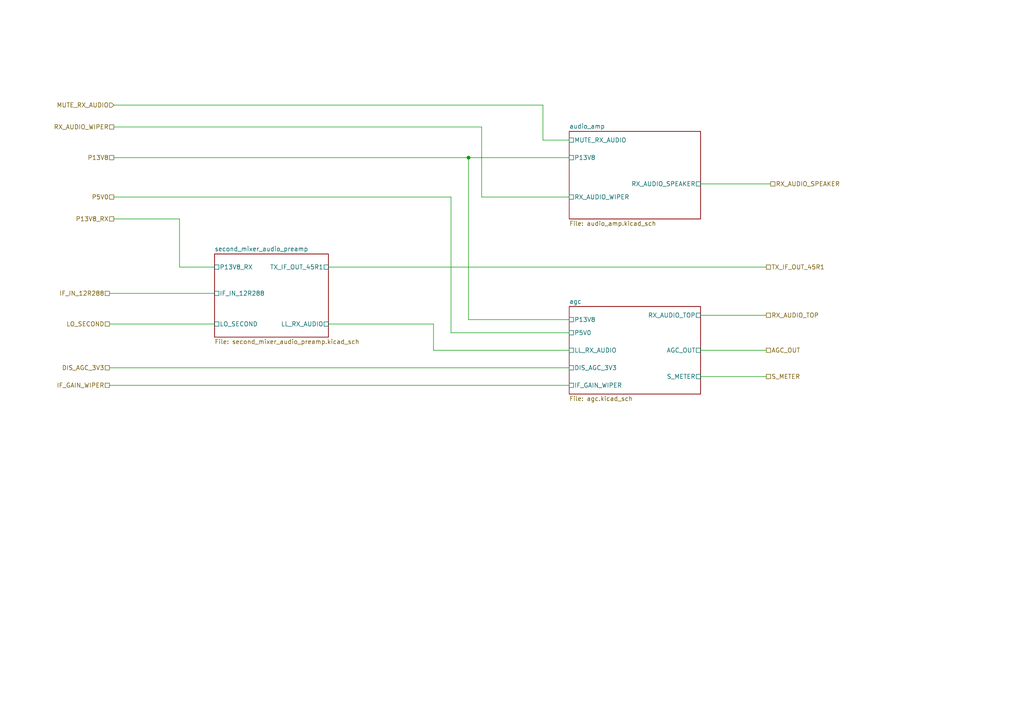
<source format=kicad_sch>
(kicad_sch (version 20211123) (generator eeschema)
  (paper "A4")
  (title_block (title "Audio and AGC Amplifiers") (rev "B") (company "WA6ZFT"))
  (lib_symbols)
  (junction (at 135.89 45.72))
  (wire (pts (xy 165.1 92.71) (xy 135.89 92.71)))
  (wire (pts (xy 62.23 77.47) (xy 52.07 77.47)))
  (wire (pts (xy 125.73 101.6) (xy 165.1 101.6)))
  (wire (pts (xy 95.25 93.98) (xy 125.73 93.98)))
  (wire (pts (xy 157.48 40.64) (xy 165.1 40.64)))
  (wire (pts (xy 139.7 36.83) (xy 33.02 36.83)))
  (wire (pts (xy 165.1 57.15) (xy 139.7 57.15)))
  (wire (pts (xy 165.1 96.52) (xy 130.81 96.52)))
  (wire (pts (xy 139.7 57.15) (xy 139.7 36.83)))
  (wire (pts (xy 157.48 30.48) (xy 157.48 40.64)))
  (wire (pts (xy 52.07 63.5) (xy 33.02 63.5)))
  (wire (pts (xy 135.89 45.72) (xy 33.02 45.72)))
  (wire (pts (xy 33.02 30.48) (xy 157.48 30.48)))
  (wire (pts (xy 203.2 91.44) (xy 222.25 91.44)))
  (wire (pts (xy 31.75 106.68) (xy 165.1 106.68)))
  (wire (pts (xy 135.89 45.72) (xy 165.1 45.72)))
  (wire (pts (xy 125.73 93.98) (xy 125.73 101.6)))
  (wire (pts (xy 52.07 77.47) (xy 52.07 63.5)))
  (wire (pts (xy 95.25 77.47) (xy 222.25 77.47)))
  (wire (pts (xy 203.2 109.22) (xy 222.25 109.22)))
  (wire (pts (xy 203.2 101.6) (xy 222.25 101.6)))
  (wire (pts (xy 135.89 92.71) (xy 135.89 45.72)))
  (wire (pts (xy 130.81 57.15) (xy 33.02 57.15)))
  (wire (pts (xy 130.81 96.52) (xy 130.81 57.15)))
  (wire (pts (xy 62.23 93.98) (xy 31.75 93.98)))
  (wire (pts (xy 62.23 85.09) (xy 31.75 85.09)))
  (wire (pts (xy 165.1 111.76) (xy 31.75 111.76)))
  (wire (pts (xy 203.2 53.34) (xy 223.52 53.34)))
  (hierarchical_label "AGC_OUT" (shape passive) (at 222.25 101.6 0))
  (hierarchical_label "TX_IF_OUT_45R1" (shape passive) (at 222.25 77.47 0))
  (hierarchical_label "DIS_AGC_3V3" (shape passive) (at 31.75 106.68 180))
  (hierarchical_label "P13V8" (shape passive) (at 33.02 45.72 180))
  (hierarchical_label "P13V8_RX" (shape passive) (at 33.02 63.5 180))
  (hierarchical_label "RX_AUDIO_WIPER" (shape passive) (at 33.02 36.83 180))
  (hierarchical_label "RX_AUDIO_SPEAKER" (shape passive) (at 223.52 53.34 0))
  (hierarchical_label "RX_AUDIO_TOP" (shape passive) (at 222.25 91.44 0))
  (hierarchical_label "IF_GAIN_WIPER" (shape passive) (at 31.75 111.76 180))
  (hierarchical_label "S_METER" (shape passive) (at 222.25 109.22 0))
  (hierarchical_label "MUTE_RX_AUDIO" (shape input) (at 33.02 30.48 180))
  (hierarchical_label "P5V0" (shape passive) (at 33.02 57.15 180))
  (hierarchical_label "IF_IN_12R288" (shape passive) (at 31.75 85.09 180))
  (hierarchical_label "LO_SECOND" (shape passive) (at 31.75 93.98 180))
  (sheet (at 62.23 73.66) (size 33.02 24.13)
    (property "Sheet name" "second_mixer_audio_preamp" (at 62.23 72.9484 0) (effects (justify left bottom)))
    (property "Sheet file" "second_mixer_audio_preamp.kicad_sch" (at 62.23 98.3746 0) (effects (justify left top)))
    (pin "TX_IF_OUT_45R1" passive (at 95.25 77.47 0))
    (pin "LO_SECOND" passive (at 62.23 93.98 180))
    (pin "IF_IN_12R288" passive (at 62.23 85.09 180))
    (pin "P13V8_RX" passive (at 62.23 77.47 180))
    (pin "LL_RX_AUDIO" passive (at 95.25 93.98 0))
  )
  (sheet (at 165.1 38.1) (size 38.1 25.4)
    (property "Sheet name" "audio_amp" (at 165.1 37.3884 0) (effects (justify left bottom)))
    (property "Sheet file" "audio_amp.kicad_sch" (at 165.1 64.0846 0) (effects (justify left top)))
    (pin "RX_AUDIO_WIPER" passive (at 165.1 57.15 180))
    (pin "RX_AUDIO_SPEAKER" passive (at 203.2 53.34 0))
    (pin "P13V8" passive (at 165.1 45.72 180))
    (pin "MUTE_RX_AUDIO" passive (at 165.1 40.64 180))
  )
  (sheet (at 165.1 88.9) (size 38.1 25.4)
    (property "Sheet name" "agc" (at 165.1 88.1884 0) (effects (justify left bottom)))
    (property "Sheet file" "agc.kicad_sch" (at 165.1 114.8846 0) (effects (justify left top)))
    (pin "AGC_OUT" passive (at 203.2 101.6 0))
    (pin "LL_RX_AUDIO" passive (at 165.1 101.6 180))
    (pin "P13V8" passive (at 165.1 92.71 180))
    (pin "DIS_AGC_3V3" passive (at 165.1 106.68 180))
    (pin "P5V0" passive (at 165.1 96.52 180))
    (pin "RX_AUDIO_TOP" passive (at 203.2 91.44 0))
    (pin "IF_GAIN_WIPER" passive (at 165.1 111.76 180))
    (pin "S_METER" passive (at 203.2 109.22 0))
  )
)
</source>
